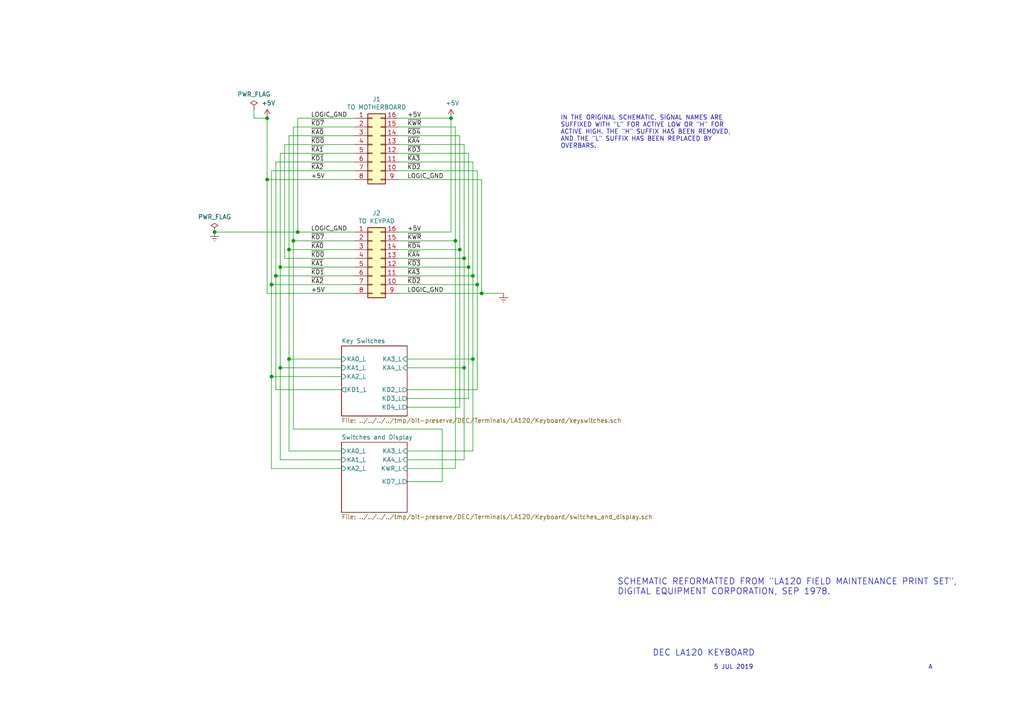
<source format=kicad_sch>
(kicad_sch (version 20230121) (generator eeschema)
  (paper "A4")
  (lib_symbols
    (symbol "Connector_Generic:Conn_02x08_Counter_Clockwise" (pin_names (offset 1.016) hide)
      (property "Reference" "J" (at 1.27 10.16 0))
      (property "Value" "Conn_02x08_Counter_Clockwise" (at 1.27 -12.7 0))
      (symbol "Conn_02x08_Counter_Clockwise_1_1"
        (rectangle (start -1.27 -10.033) (end 0 -10.287) (stroke (width 0.1524)))
        (rectangle (start -1.27 -7.493) (end 0 -7.747) (stroke (width 0.1524)))
        (rectangle (start -1.27 -4.953) (end 0 -5.207) (stroke (width 0.1524)))
        (rectangle (start -1.27 -2.413) (end 0 -2.667) (stroke (width 0.1524)))
        (rectangle (start -1.27 0.127) (end 0 -0.127) (stroke (width 0.1524)))
        (rectangle (start -1.27 2.667) (end 0 2.413) (stroke (width 0.1524)))
        (rectangle (start -1.27 5.207) (end 0 4.953) (stroke (width 0.1524)))
        (rectangle (start -1.27 7.747) (end 0 7.493) (stroke (width 0.1524)))
        (rectangle (start -1.27 8.89) (end 3.81 -11.43) (stroke (width 0.254)) (fill (type background)))
        (rectangle (start 3.81 -10.033) (end 2.54 -10.287) (stroke (width 0.1524)))
        (rectangle (start 3.81 -7.493) (end 2.54 -7.747) (stroke (width 0.1524)))
        (rectangle (start 3.81 -4.953) (end 2.54 -5.207) (stroke (width 0.1524)))
        (rectangle (start 3.81 -2.413) (end 2.54 -2.667) (stroke (width 0.1524)))
        (rectangle (start 3.81 0.127) (end 2.54 -0.127) (stroke (width 0.1524)))
        (rectangle (start 3.81 2.667) (end 2.54 2.413) (stroke (width 0.1524)))
        (rectangle (start 3.81 5.207) (end 2.54 4.953) (stroke (width 0.1524)))
        (rectangle (start 3.81 7.747) (end 2.54 7.493) (stroke (width 0.1524)))
        (pin passive line (at -5.08 7.62 0) (length 3.81) (name "Pin_1") (number "1"))
        (pin passive line (at 7.62 -7.62 180) (length 3.81) (name "Pin_10") (number "10"))
        (pin passive line (at 7.62 -5.08 180) (length 3.81) (name "Pin_11") (number "11"))
        (pin passive line (at 7.62 -2.54 180) (length 3.81) (name "Pin_12") (number "12"))
        (pin passive line (at 7.62 0 180) (length 3.81) (name "Pin_13") (number "13"))
        (pin passive line (at 7.62 2.54 180) (length 3.81) (name "Pin_14") (number "14"))
        (pin passive line (at 7.62 5.08 180) (length 3.81) (name "Pin_15") (number "15"))
        (pin passive line (at 7.62 7.62 180) (length 3.81) (name "Pin_16") (number "16"))
        (pin passive line (at -5.08 5.08 0) (length 3.81) (name "Pin_2") (number "2"))
        (pin passive line (at -5.08 2.54 0) (length 3.81) (name "Pin_3") (number "3"))
        (pin passive line (at -5.08 0 0) (length 3.81) (name "Pin_4") (number "4"))
        (pin passive line (at -5.08 -2.54 0) (length 3.81) (name "Pin_5") (number "5"))
        (pin passive line (at -5.08 -5.08 0) (length 3.81) (name "Pin_6") (number "6"))
        (pin passive line (at -5.08 -7.62 0) (length 3.81) (name "Pin_7") (number "7"))
        (pin passive line (at -5.08 -10.16 0) (length 3.81) (name "Pin_8") (number "8"))
        (pin passive line (at 7.62 -10.16 180) (length 3.81) (name "Pin_9") (number "9"))
      )
    )
    (symbol "power:+5V" (power) (pin_names (offset 0))
      (property "Value" "+5V" (at 0 3.556 0))
      (symbol "+5V_0_1"
        (polyline (pts (xy -0.762 1.27) (xy 0 2.54)))
        (polyline (pts (xy 0 0) (xy 0 2.54)))
        (polyline (pts (xy 0 2.54) (xy 0.762 1.27)))
      )
      (symbol "+5V_1_1"
        (pin power_in line (at 0 0 90) (length 0) hide (name "+5V") (number "1"))
      )
    )
    (symbol "power:GNDREF" (power) (pin_names (offset 0))
      (property "Value" "GNDREF" (at 0 -3.81 0))
      (symbol "GNDREF_0_1"
        (polyline (pts (xy -0.635 -1.905) (xy 0.635 -1.905)))
        (polyline (pts (xy -0.127 -2.54) (xy 0.127 -2.54)))
        (polyline (pts (xy 0 -1.27) (xy 0 0)))
        (polyline (pts (xy 1.27 -1.27) (xy -1.27 -1.27)))
      )
      (symbol "GNDREF_1_1"
        (pin power_in line (at 0 0 270) (length 0) hide (name "GNDREF") (number "1"))
      )
    )
    (symbol "power:PWR_FLAG" (power) (pin_numbers hide) (pin_names (offset 0) hide)
      (property "Value" "PWR_FLAG" (at 0 3.81 0))
      (symbol "PWR_FLAG_0_0"
        (pin power_out line (at 0 0 90) (length 0) (name "pwr") (number "1"))
      )
      (symbol "PWR_FLAG_0_1"
        (polyline (pts (xy 0 0) (xy 0 1.27) (xy -1.016 1.905) (xy 0 2.54) (xy 1.016 1.905) (xy 0 1.27)))
      )
    )
  )
  (junction (at 132.08 69.85))
  (junction (at 134.62 74.93))
  (junction (at 139.7 85.09))
  (junction (at 78.74 109.22))
  (junction (at 134.62 106.68))
  (junction (at 62.23 67.31))
  (junction (at 137.16 104.14))
  (junction (at 133.35 72.39))
  (junction (at 130.81 34.29))
  (junction (at 85.09 69.85))
  (junction (at 83.82 104.14))
  (junction (at 138.43 82.55))
  (junction (at 86.36 67.31))
  (junction (at 78.74 82.55))
  (junction (at 77.47 52.07))
  (junction (at 135.89 77.47))
  (junction (at 81.28 106.68))
  (junction (at 81.28 77.47))
  (junction (at 80.01 80.01))
  (junction (at 137.16 80.01))
  (junction (at 77.47 34.29))
  (junction (at 83.82 72.39))
  (wire (pts (xy 85.09 69.85) (xy 102.87 69.85)))
  (wire (pts (xy 118.11 113.03) (xy 138.43 113.03)))
  (wire (pts (xy 73.66 34.29) (xy 77.47 34.29)))
  (wire (pts (xy 118.11 104.14) (xy 137.16 104.14)))
  (wire (pts (xy 83.82 72.39) (xy 102.87 72.39)))
  (wire (pts (xy 85.09 69.85) (xy 85.09 124.46)))
  (wire (pts (xy 137.16 104.14) (xy 137.16 130.81)))
  (wire (pts (xy 139.7 85.09) (xy 146.05 85.09)))
  (wire (pts (xy 78.74 82.55) (xy 78.74 109.22)))
  (wire (pts (xy 134.62 106.68) (xy 134.62 133.35)))
  (wire (pts (xy 82.55 41.91) (xy 102.87 41.91)))
  (wire (pts (xy 115.57 82.55) (xy 138.43 82.55)))
  (wire (pts (xy 115.57 41.91) (xy 134.62 41.91)))
  (wire (pts (xy 134.62 41.91) (xy 134.62 74.93)))
  (wire (pts (xy 80.01 80.01) (xy 80.01 113.03)))
  (wire (pts (xy 115.57 46.99) (xy 137.16 46.99)))
  (wire (pts (xy 99.06 130.81) (xy 83.82 130.81)))
  (wire (pts (xy 115.57 77.47) (xy 135.89 77.47)))
  (wire (pts (xy 115.57 72.39) (xy 133.35 72.39)))
  (wire (pts (xy 99.06 109.22) (xy 78.74 109.22)))
  (wire (pts (xy 81.28 133.35) (xy 99.06 133.35)))
  (wire (pts (xy 137.16 46.99) (xy 137.16 80.01)))
  (wire (pts (xy 115.57 80.01) (xy 137.16 80.01)))
  (wire (pts (xy 132.08 135.89) (xy 118.11 135.89)))
  (wire (pts (xy 77.47 52.07) (xy 77.47 34.29)))
  (wire (pts (xy 78.74 49.53) (xy 78.74 82.55)))
  (wire (pts (xy 115.57 52.07) (xy 139.7 52.07)))
  (wire (pts (xy 128.27 139.7) (xy 118.11 139.7)))
  (wire (pts (xy 83.82 39.37) (xy 83.82 72.39)))
  (wire (pts (xy 134.62 133.35) (xy 118.11 133.35)))
  (wire (pts (xy 81.28 106.68) (xy 81.28 133.35)))
  (wire (pts (xy 82.55 41.91) (xy 82.55 74.93)))
  (wire (pts (xy 81.28 77.47) (xy 81.28 106.68)))
  (wire (pts (xy 78.74 82.55) (xy 102.87 82.55)))
  (wire (pts (xy 115.57 49.53) (xy 138.43 49.53)))
  (wire (pts (xy 115.57 74.93) (xy 134.62 74.93)))
  (wire (pts (xy 132.08 36.83) (xy 132.08 69.85)))
  (wire (pts (xy 86.36 34.29) (xy 102.87 34.29)))
  (wire (pts (xy 115.57 69.85) (xy 132.08 69.85)))
  (wire (pts (xy 137.16 80.01) (xy 137.16 104.14)))
  (wire (pts (xy 73.66 31.75) (xy 73.66 34.29)))
  (wire (pts (xy 133.35 39.37) (xy 133.35 72.39)))
  (wire (pts (xy 85.09 124.46) (xy 128.27 124.46)))
  (wire (pts (xy 77.47 52.07) (xy 77.47 85.09)))
  (wire (pts (xy 118.11 118.11) (xy 133.35 118.11)))
  (wire (pts (xy 99.06 113.03) (xy 80.01 113.03)))
  (wire (pts (xy 82.55 74.93) (xy 102.87 74.93)))
  (wire (pts (xy 80.01 80.01) (xy 102.87 80.01)))
  (wire (pts (xy 83.82 130.81) (xy 83.82 104.14)))
  (wire (pts (xy 85.09 36.83) (xy 85.09 69.85)))
  (wire (pts (xy 77.47 85.09) (xy 102.87 85.09)))
  (wire (pts (xy 134.62 74.93) (xy 134.62 106.68)))
  (wire (pts (xy 130.81 34.29) (xy 130.81 67.31)))
  (wire (pts (xy 86.36 34.29) (xy 86.36 67.31)))
  (wire (pts (xy 80.01 46.99) (xy 102.87 46.99)))
  (wire (pts (xy 80.01 46.99) (xy 80.01 80.01)))
  (wire (pts (xy 133.35 72.39) (xy 133.35 118.11)))
  (wire (pts (xy 137.16 130.81) (xy 118.11 130.81)))
  (wire (pts (xy 78.74 49.53) (xy 102.87 49.53)))
  (wire (pts (xy 115.57 44.45) (xy 135.89 44.45)))
  (wire (pts (xy 81.28 44.45) (xy 81.28 77.47)))
  (wire (pts (xy 99.06 104.14) (xy 83.82 104.14)))
  (wire (pts (xy 83.82 39.37) (xy 102.87 39.37)))
  (wire (pts (xy 115.57 36.83) (xy 132.08 36.83)))
  (wire (pts (xy 115.57 39.37) (xy 133.35 39.37)))
  (wire (pts (xy 132.08 69.85) (xy 132.08 135.89)))
  (wire (pts (xy 138.43 82.55) (xy 138.43 113.03)))
  (wire (pts (xy 115.57 67.31) (xy 130.81 67.31)))
  (wire (pts (xy 62.23 67.31) (xy 86.36 67.31)))
  (wire (pts (xy 135.89 77.47) (xy 135.89 115.57)))
  (wire (pts (xy 139.7 52.07) (xy 139.7 85.09)))
  (wire (pts (xy 115.57 85.09) (xy 139.7 85.09)))
  (wire (pts (xy 118.11 106.68) (xy 134.62 106.68)))
  (wire (pts (xy 118.11 115.57) (xy 135.89 115.57)))
  (wire (pts (xy 81.28 44.45) (xy 102.87 44.45)))
  (wire (pts (xy 85.09 36.83) (xy 102.87 36.83)))
  (wire (pts (xy 115.57 34.29) (xy 130.81 34.29)))
  (wire (pts (xy 138.43 49.53) (xy 138.43 82.55)))
  (wire (pts (xy 78.74 109.22) (xy 78.74 135.89)))
  (wire (pts (xy 83.82 72.39) (xy 83.82 104.14)))
  (wire (pts (xy 99.06 106.68) (xy 81.28 106.68)))
  (wire (pts (xy 128.27 124.46) (xy 128.27 139.7)))
  (wire (pts (xy 81.28 77.47) (xy 102.87 77.47)))
  (wire (pts (xy 78.74 135.89) (xy 99.06 135.89)))
  (wire (pts (xy 86.36 67.31) (xy 102.87 67.31)))
  (wire (pts (xy 77.47 52.07) (xy 102.87 52.07)))
  (wire (pts (xy 135.89 44.45) (xy 135.89 77.47)))
  (text "IN THE ORIGINAL SCHEMATIC, SIGNAL NAMES ARE\nSUFFIXED WITH \"L\" FOR ACTIVE LOW OR \"H\" FOR\nACTIVE HIGH. THE \"H\" SUFFIX HAS BEEN REMOVED,\nAND THE \"L\" SUFFIX HAS BEEN REPLACED BY\nOVERBARS." (at 162.56 43.18 0) (effects (font (size 1.27 1.27)) (justify left bottom)))
  (text "DEC LA120 KEYBOARD" (at 189.23 190.5 0) (effects (font (size 1.778 1.778)) (justify left bottom)))
  (text "A" (at 269.24 194.31 0) (effects (font (size 1.27 1.27)) (justify left bottom)))
  (text "5 JUL 2019" (at 207.01 194.31 0) (effects (font (size 1.27 1.27)) (justify left bottom)))
  (text "SCHEMATIC REFORMATTED FROM \"LA120 FIELD MAINTENANCE PRINT SET\",\nDIGITAL EQUIPMENT CORPORATION, SEP 1978." (at 179.07 172.72 0) (effects (font (size 1.778 1.778)) (justify left bottom)))
  (label "~{KD1}" (at 90.17 46.99 0))
  (label "~{KD2}" (at 118.11 49.53 0))
  (label "LOGIC_GND" (at 90.17 34.29 0))
  (label "~{KA1}" (at 90.17 44.45 0))
  (label "~{KWR}" (at 118.11 36.83 0))
  (label "~{KA3}" (at 118.11 80.01 0))
  (label "~{KA3}" (at 118.11 46.99 0))
  (label "~{KA4}" (at 118.11 74.93 0))
  (label "~{KA4}" (at 118.11 41.91 0))
  (label "~{KWR}" (at 118.11 69.85 0))
  (label "~{KD3}" (at 118.11 44.45 0))
  (label "~{KD7}" (at 90.17 69.85 0))
  (label "~{KA1}" (at 90.17 77.47 0))
  (label "~{KA2}" (at 90.17 82.55 0))
  (label "+5V" (at 118.11 67.31 0))
  (label "+5V" (at 90.17 52.07 0))
  (label "~{KD0}" (at 90.17 74.93 0))
  (label "+5V" (at 118.11 34.29 0))
  (label "~{KD1}" (at 90.17 80.01 0))
  (label "~{KA2}" (at 90.17 49.53 0))
  (label "~{KA0}" (at 90.17 39.37 0))
  (label "~{KD0}" (at 90.17 41.91 0))
  (label "~{KD4}" (at 118.11 39.37 0))
  (label "LOGIC_GND" (at 118.11 85.09 0))
  (label "LOGIC_GND" (at 118.11 52.07 0))
  (label "~{KD7}" (at 90.17 36.83 0))
  (label "~{KD4}" (at 118.11 72.39 0))
  (label "~{KA0}" (at 90.17 72.39 0))
  (label "~{KD2}" (at 118.11 82.55 0))
  (label "~{KD3}" (at 118.11 77.47 0))
  (label "+5V" (at 90.17 85.09 0))
  (label "LOGIC_GND" (at 90.17 67.31 0))
  (symbol (lib_id "Connector_Generic:Conn_02x08_Counter_Clockwise") (at 107.95 41.91 0) (unit 1)
    (property "Reference" "J1" (at 109.22 28.7782 0))
    (property "Value" "TO MOTHERBOARD" (at 109.22 31.0896 0))
  )
  (symbol (lib_id "Connector_Generic:Conn_02x08_Counter_Clockwise") (at 107.95 74.93 0) (unit 1)
    (property "Reference" "J2" (at 109.22 61.7982 0))
    (property "Value" "TO KEYPAD" (at 109.22 64.1096 0))
  )
  (symbol (lib_id "power:GNDREF") (at 146.05 85.09 0) (unit 1)
    (property "Reference" "#PWR0104" (effects hide))
    (property "Value" "GNDREF" (effects hide))
  )
  (symbol (lib_id "power:GNDREF") (at 62.23 67.31 0) (unit 1)
    (property "Reference" "#PWR0103" (effects hide))
    (property "Value" "GNDREF" (effects hide))
  )
  (symbol (lib_id "power:+5V") (at 77.47 34.29 0) (unit 1)
    (property "Reference" "#PWR0102" (effects hide))
    (property "Value" "+5V" (at 77.851 29.8958 0))
  )
  (symbol (lib_id "power:+5V") (at 130.81 34.29 0) (unit 1)
    (property "Reference" "#PWR0101" (effects hide))
    (property "Value" "+5V" (at 131.191 29.8958 0))
  )
  (symbol (lib_id "power:PWR_FLAG") (at 73.66 31.75 0) (unit 1)
    (property "Reference" "#FLG0102" (effects hide))
    (property "Value" "PWR_FLAG" (at 73.66 27.3558 0))
  )
  (symbol (lib_id "power:PWR_FLAG") (at 62.23 67.31 0) (unit 1)
    (property "Reference" "#FLG0101" (effects hide))
    (property "Value" "PWR_FLAG" (at 62.23 62.9158 0))
  )
  (sheet (at 99.06 100.33) (size 19.05 20.32)
    (property "Sheetname" "Key Switches" (at 99.06 99.6184 0) (effects (justify left bottom)))
    (property "Sheetfile" "../../../../tmp/bit-preserve/DEC/Terminals/LA120/Keyboard/keyswitches.sch" (at 99.06 121.2346 0) (effects (justify left top)))
    (pin "KA0_L" input (at 99.06 104.14 180))
    (pin "KA1_L" input (at 99.06 106.68 180))
    (pin "KA2_L" input (at 99.06 109.22 180))
    (pin "KA3_L" input (at 118.11 104.14 0))
    (pin "KA4_L" input (at 118.11 106.68 0))
    (pin "KD1_L" output (at 99.06 113.03 180))
    (pin "KD2_L" output (at 118.11 113.03 0))
    (pin "KD3_L" output (at 118.11 115.57 0))
    (pin "KD4_L" output (at 118.11 118.11 0))
  )
  (sheet (at 99.06 128.27) (size 19.05 20.32)
    (property "Sheetname" "Switches and Display" (at 99.06 127.5584 0) (effects (justify left bottom)))
    (property "Sheetfile" "../../../../tmp/bit-preserve/DEC/Terminals/LA120/Keyboard/switches_and_display.sch" (at 99.06 149.1746 0) (effects (justify left top)))
    (pin "KA0_L" input (at 99.06 130.81 180))
    (pin "KA1_L" input (at 99.06 133.35 180))
    (pin "KA2_L" input (at 99.06 135.89 180))
    (pin "KWR_L" input (at 118.11 135.89 0))
    (pin "KA3_L" input (at 118.11 130.81 0))
    (pin "KD7_L" output (at 118.11 139.7 0))
    (pin "KA4_L" input (at 118.11 133.35 0))
  )
)
</source>
